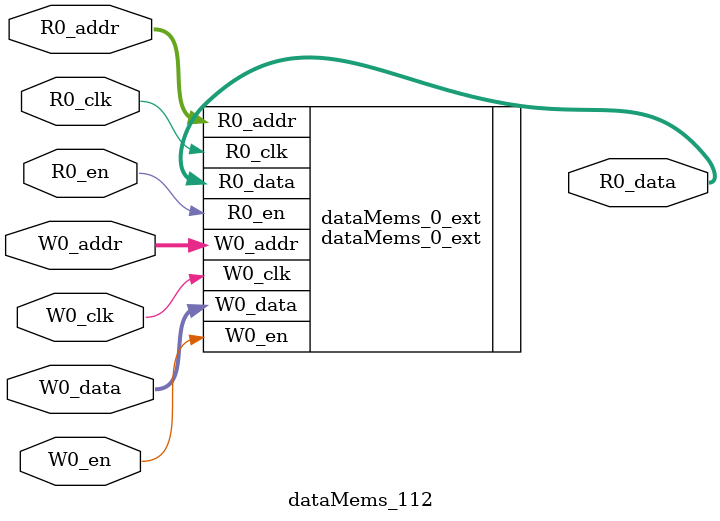
<source format=sv>
`ifndef RANDOMIZE
  `ifdef RANDOMIZE_REG_INIT
    `define RANDOMIZE
  `endif // RANDOMIZE_REG_INIT
`endif // not def RANDOMIZE
`ifndef RANDOMIZE
  `ifdef RANDOMIZE_MEM_INIT
    `define RANDOMIZE
  `endif // RANDOMIZE_MEM_INIT
`endif // not def RANDOMIZE

`ifndef RANDOM
  `define RANDOM $random
`endif // not def RANDOM

// Users can define 'PRINTF_COND' to add an extra gate to prints.
`ifndef PRINTF_COND_
  `ifdef PRINTF_COND
    `define PRINTF_COND_ (`PRINTF_COND)
  `else  // PRINTF_COND
    `define PRINTF_COND_ 1
  `endif // PRINTF_COND
`endif // not def PRINTF_COND_

// Users can define 'ASSERT_VERBOSE_COND' to add an extra gate to assert error printing.
`ifndef ASSERT_VERBOSE_COND_
  `ifdef ASSERT_VERBOSE_COND
    `define ASSERT_VERBOSE_COND_ (`ASSERT_VERBOSE_COND)
  `else  // ASSERT_VERBOSE_COND
    `define ASSERT_VERBOSE_COND_ 1
  `endif // ASSERT_VERBOSE_COND
`endif // not def ASSERT_VERBOSE_COND_

// Users can define 'STOP_COND' to add an extra gate to stop conditions.
`ifndef STOP_COND_
  `ifdef STOP_COND
    `define STOP_COND_ (`STOP_COND)
  `else  // STOP_COND
    `define STOP_COND_ 1
  `endif // STOP_COND
`endif // not def STOP_COND_

// Users can define INIT_RANDOM as general code that gets injected into the
// initializer block for modules with registers.
`ifndef INIT_RANDOM
  `define INIT_RANDOM
`endif // not def INIT_RANDOM

// If using random initialization, you can also define RANDOMIZE_DELAY to
// customize the delay used, otherwise 0.002 is used.
`ifndef RANDOMIZE_DELAY
  `define RANDOMIZE_DELAY 0.002
`endif // not def RANDOMIZE_DELAY

// Define INIT_RANDOM_PROLOG_ for use in our modules below.
`ifndef INIT_RANDOM_PROLOG_
  `ifdef RANDOMIZE
    `ifdef VERILATOR
      `define INIT_RANDOM_PROLOG_ `INIT_RANDOM
    `else  // VERILATOR
      `define INIT_RANDOM_PROLOG_ `INIT_RANDOM #`RANDOMIZE_DELAY begin end
    `endif // VERILATOR
  `else  // RANDOMIZE
    `define INIT_RANDOM_PROLOG_
  `endif // RANDOMIZE
`endif // not def INIT_RANDOM_PROLOG_

// Include register initializers in init blocks unless synthesis is set
`ifndef SYNTHESIS
  `ifndef ENABLE_INITIAL_REG_
    `define ENABLE_INITIAL_REG_
  `endif // not def ENABLE_INITIAL_REG_
`endif // not def SYNTHESIS

// Include rmemory initializers in init blocks unless synthesis is set
`ifndef SYNTHESIS
  `ifndef ENABLE_INITIAL_MEM_
    `define ENABLE_INITIAL_MEM_
  `endif // not def ENABLE_INITIAL_MEM_
`endif // not def SYNTHESIS

module dataMems_112(	// @[generators/ara/src/main/scala/UnsafeAXI4ToTL.scala:365:62]
  input  [4:0]  R0_addr,
  input         R0_en,
  input         R0_clk,
  output [66:0] R0_data,
  input  [4:0]  W0_addr,
  input         W0_en,
  input         W0_clk,
  input  [66:0] W0_data
);

  dataMems_0_ext dataMems_0_ext (	// @[generators/ara/src/main/scala/UnsafeAXI4ToTL.scala:365:62]
    .R0_addr (R0_addr),
    .R0_en   (R0_en),
    .R0_clk  (R0_clk),
    .R0_data (R0_data),
    .W0_addr (W0_addr),
    .W0_en   (W0_en),
    .W0_clk  (W0_clk),
    .W0_data (W0_data)
  );
endmodule


</source>
